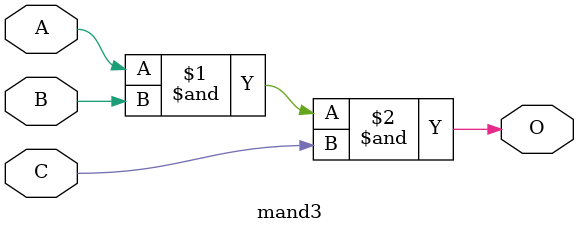
<source format=v>
`timescale 1ps/1ps

module mand3(O,A,B,C);
  input A,B,C;
  output O;
  assign #170 O=A&B&C;
endmodule

</source>
